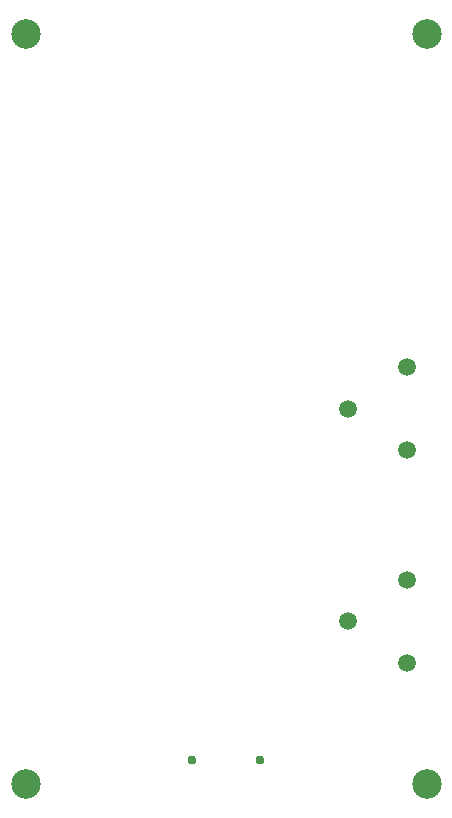
<source format=gbs>
%TF.GenerationSoftware,KiCad,Pcbnew,9.0.4*%
%TF.CreationDate,2025-10-04T23:27:53+02:00*%
%TF.ProjectId,zVMC_PCB,7a564d43-5f50-4434-922e-6b696361645f,rev?*%
%TF.SameCoordinates,Original*%
%TF.FileFunction,Soldermask,Bot*%
%TF.FilePolarity,Negative*%
%FSLAX46Y46*%
G04 Gerber Fmt 4.6, Leading zero omitted, Abs format (unit mm)*
G04 Created by KiCad (PCBNEW 9.0.4) date 2025-10-04 23:27:53*
%MOMM*%
%LPD*%
G01*
G04 APERTURE LIST*
%ADD10C,2.500000*%
%ADD11C,1.500000*%
%ADD12C,0.770000*%
G04 APERTURE END LIST*
D10*
%TO.C,REF\u002A\u002A*%
X63000000Y-113500000D03*
%TD*%
%TO.C,REF\u002A\u002A*%
X63000000Y-177000000D03*
%TD*%
%TO.C,REF\u002A\u002A*%
X97000000Y-177000000D03*
%TD*%
%TO.C,REF\u002A\u002A*%
X97000000Y-113500000D03*
%TD*%
D11*
%TO.C,J3*%
X95300000Y-148750000D03*
X90300000Y-145250000D03*
X95300000Y-141750000D03*
%TD*%
D12*
%TO.C,J5*%
X77110000Y-175000000D03*
X82890000Y-175000000D03*
%TD*%
D11*
%TO.C,J1*%
X95300000Y-166750000D03*
X90300000Y-163250000D03*
X95300000Y-159750000D03*
%TD*%
M02*

</source>
